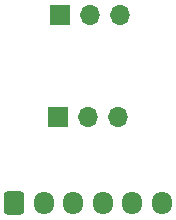
<source format=gbr>
%TF.GenerationSoftware,KiCad,Pcbnew,8.0.3*%
%TF.CreationDate,2024-11-04T16:53:41-08:00*%
%TF.ProjectId,MicPCB,4d696350-4342-42e6-9b69-6361645f7063,rev?*%
%TF.SameCoordinates,Original*%
%TF.FileFunction,Soldermask,Top*%
%TF.FilePolarity,Negative*%
%FSLAX46Y46*%
G04 Gerber Fmt 4.6, Leading zero omitted, Abs format (unit mm)*
G04 Created by KiCad (PCBNEW 8.0.3) date 2024-11-04 16:53:42*
%MOMM*%
%LPD*%
G01*
G04 APERTURE LIST*
G04 Aperture macros list*
%AMRoundRect*
0 Rectangle with rounded corners*
0 $1 Rounding radius*
0 $2 $3 $4 $5 $6 $7 $8 $9 X,Y pos of 4 corners*
0 Add a 4 corners polygon primitive as box body*
4,1,4,$2,$3,$4,$5,$6,$7,$8,$9,$2,$3,0*
0 Add four circle primitives for the rounded corners*
1,1,$1+$1,$2,$3*
1,1,$1+$1,$4,$5*
1,1,$1+$1,$6,$7*
1,1,$1+$1,$8,$9*
0 Add four rect primitives between the rounded corners*
20,1,$1+$1,$2,$3,$4,$5,0*
20,1,$1+$1,$4,$5,$6,$7,0*
20,1,$1+$1,$6,$7,$8,$9,0*
20,1,$1+$1,$8,$9,$2,$3,0*%
G04 Aperture macros list end*
%ADD10R,1.700000X1.700000*%
%ADD11O,1.700000X1.700000*%
%ADD12RoundRect,0.250000X-0.600000X-0.725000X0.600000X-0.725000X0.600000X0.725000X-0.600000X0.725000X0*%
%ADD13O,1.700000X1.950000*%
G04 APERTURE END LIST*
D10*
%TO.C,J3*%
X94757000Y-58699800D03*
D11*
X97297000Y-58699800D03*
X99837000Y-58699800D03*
%TD*%
D10*
%TO.C,J2*%
X94615000Y-67310000D03*
D11*
X97155000Y-67310000D03*
X99695000Y-67310000D03*
%TD*%
D12*
%TO.C,J1*%
X90905000Y-74630000D03*
D13*
X93405000Y-74630000D03*
X95905000Y-74630000D03*
X98405000Y-74630000D03*
X100905000Y-74630000D03*
X103405000Y-74630000D03*
%TD*%
M02*

</source>
